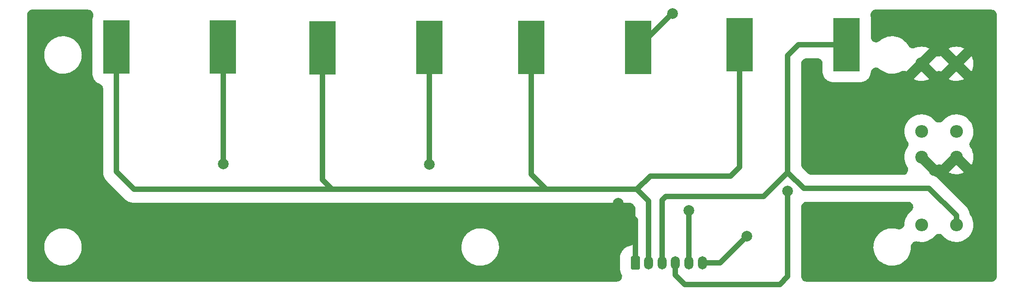
<source format=gbr>
%TF.GenerationSoftware,KiCad,Pcbnew,(6.0.7)*%
%TF.CreationDate,2022-08-16T16:18:47+02:00*%
%TF.ProjectId,MHS_Mobile_Hardware_Sampler_FSR_PCB,4d48535f-4d6f-4626-996c-655f48617264,rev?*%
%TF.SameCoordinates,Original*%
%TF.FileFunction,Copper,L1,Top*%
%TF.FilePolarity,Positive*%
%FSLAX46Y46*%
G04 Gerber Fmt 4.6, Leading zero omitted, Abs format (unit mm)*
G04 Created by KiCad (PCBNEW (6.0.7)) date 2022-08-16 16:18:47*
%MOMM*%
%LPD*%
G01*
G04 APERTURE LIST*
G04 Aperture macros list*
%AMRoundRect*
0 Rectangle with rounded corners*
0 $1 Rounding radius*
0 $2 $3 $4 $5 $6 $7 $8 $9 X,Y pos of 4 corners*
0 Add a 4 corners polygon primitive as box body*
4,1,4,$2,$3,$4,$5,$6,$7,$8,$9,$2,$3,0*
0 Add four circle primitives for the rounded corners*
1,1,$1+$1,$2,$3*
1,1,$1+$1,$4,$5*
1,1,$1+$1,$6,$7*
1,1,$1+$1,$8,$9*
0 Add four rect primitives between the rounded corners*
20,1,$1+$1,$2,$3,$4,$5,0*
20,1,$1+$1,$4,$5,$6,$7,0*
20,1,$1+$1,$6,$7,$8,$9,0*
20,1,$1+$1,$8,$9,$2,$3,0*%
G04 Aperture macros list end*
%TA.AperFunction,SMDPad,CuDef*%
%ADD10R,5.000000X10.000000*%
%TD*%
%TA.AperFunction,ComponentPad*%
%ADD11C,2.400000*%
%TD*%
%TA.AperFunction,ComponentPad*%
%ADD12O,2.400000X2.400000*%
%TD*%
%TA.AperFunction,ComponentPad*%
%ADD13RoundRect,0.250000X-0.600000X-1.000000X0.600000X-1.000000X0.600000X1.000000X-0.600000X1.000000X0*%
%TD*%
%TA.AperFunction,ComponentPad*%
%ADD14O,1.700000X2.500000*%
%TD*%
%TA.AperFunction,ViaPad*%
%ADD15C,2.000000*%
%TD*%
%TA.AperFunction,Conductor*%
%ADD16C,1.000000*%
%TD*%
G04 APERTURE END LIST*
D10*
%TO.P,H13,1,1*%
%TO.N,Net-(H13-Pad1)*%
X151000000Y-115600000D03*
%TD*%
%TO.P,H14,1,1*%
%TO.N,Net-(H14-Pad1)*%
X190000000Y-115100000D03*
%TD*%
%TO.P,H5V1,1,1*%
%TO.N,Net-(H5V1-Pad1)*%
X53500000Y-115500000D03*
%TD*%
D11*
%TO.P,R4,1*%
%TO.N,GND*%
X210500000Y-136150000D03*
D12*
%TO.P,R4,2*%
%TO.N,Net-(H14-Pad1)*%
X210500000Y-148850000D03*
%TD*%
D10*
%TO.P,H12,1,1*%
%TO.N,Net-(H12-Pad1)*%
X112000000Y-115600000D03*
%TD*%
%TO.P,H5V3,1,1*%
%TO.N,Net-(H5V1-Pad1)*%
X131000000Y-115600000D03*
%TD*%
%TO.P,H11,1,1*%
%TO.N,Net-(H11-Pad1)*%
X73400000Y-115500000D03*
%TD*%
D11*
%TO.P,R1,1*%
%TO.N,GND*%
X204000000Y-118650000D03*
D12*
%TO.P,R1,2*%
%TO.N,Net-(H13-Pad1)*%
X204000000Y-131350000D03*
%TD*%
D13*
%TO.P,J?3=FSR4;6=FSR1,1,1*%
%TO.N,GND*%
X150500000Y-156000000D03*
D14*
%TO.P,J?3=FSR4;6=FSR1,2,2*%
%TO.N,Net-(H5V1-Pad1)*%
X153000000Y-156000000D03*
%TO.P,J?3=FSR4;6=FSR1,3,3*%
%TO.N,Net-(H14-Pad1)*%
X155500000Y-156000000D03*
%TO.P,J?3=FSR4;6=FSR1,4,4*%
%TO.N,Net-(H13-Pad1)*%
X158000000Y-156000000D03*
%TO.P,J?3=FSR4;6=FSR1,5,5*%
%TO.N,Net-(H12-Pad1)*%
X160500000Y-156000000D03*
%TO.P,J?3=FSR4;6=FSR1,6,6*%
%TO.N,Net-(H11-Pad1)*%
X163000000Y-156000000D03*
%TD*%
D11*
%TO.P,R3,1*%
%TO.N,GND*%
X204000000Y-136150000D03*
D12*
%TO.P,R3,2*%
%TO.N,Net-(H12-Pad1)*%
X204000000Y-148850000D03*
%TD*%
D10*
%TO.P,H5V2,1,1*%
%TO.N,Net-(H5V1-Pad1)*%
X92000000Y-115700000D03*
%TD*%
D11*
%TO.P,R2,1*%
%TO.N,GND*%
X210500000Y-118650000D03*
D12*
%TO.P,R2,2*%
%TO.N,Net-(H11-Pad1)*%
X210500000Y-131350000D03*
%TD*%
D10*
%TO.P,H5V4,1,1*%
%TO.N,Net-(H5V1-Pad1)*%
X170000000Y-115100000D03*
%TD*%
D15*
%TO.N,Net-(H11-Pad1)*%
X171320000Y-151000000D03*
X73500000Y-137400000D03*
%TO.N,Net-(H12-Pad1)*%
X160500000Y-146160000D03*
X112000000Y-137500000D03*
%TO.N,Net-(H13-Pad1)*%
X157480000Y-109220000D03*
X179000000Y-142500000D03*
%TO.N,GND*%
X147320000Y-144780000D03*
%TD*%
D16*
%TO.N,Net-(H13-Pad1)*%
X158000000Y-158270000D02*
X158000000Y-156000000D01*
X159730000Y-160000000D02*
X158000000Y-158270000D01*
X179000000Y-158500000D02*
X177500000Y-160000000D01*
X179000000Y-142500000D02*
X179000000Y-158500000D01*
X177500000Y-160000000D02*
X159730000Y-160000000D01*
%TO.N,Net-(H14-Pad1)*%
X155500000Y-144220000D02*
X155500000Y-156000000D01*
X174500000Y-143500000D02*
X156220000Y-143500000D01*
X179000000Y-139000000D02*
X174500000Y-143500000D01*
X156220000Y-143500000D02*
X155500000Y-144220000D01*
%TO.N,GND*%
X150500000Y-147960000D02*
X147320000Y-144780000D01*
X150500000Y-156000000D02*
X150500000Y-147960000D01*
%TO.N,Net-(H11-Pad1)*%
X171320000Y-151000000D02*
X166320000Y-156000000D01*
X166320000Y-156000000D02*
X163000000Y-156000000D01*
%TO.N,Net-(H13-Pad1)*%
X157380000Y-109220000D02*
X151000000Y-115600000D01*
X157480000Y-109220000D02*
X157380000Y-109220000D01*
%TO.N,Net-(H5V1-Pad1)*%
X168300000Y-139700000D02*
X153300000Y-139700000D01*
X170000000Y-138000000D02*
X168300000Y-139700000D01*
X153300000Y-139700000D02*
X150800000Y-142200000D01*
X170000000Y-115100000D02*
X170000000Y-138000000D01*
%TO.N,Net-(H11-Pad1)*%
X73500000Y-115600000D02*
X73500000Y-137400000D01*
X73500000Y-137500000D02*
X73400000Y-137600000D01*
%TO.N,Net-(H12-Pad1)*%
X112000000Y-115600000D02*
X112000000Y-137500000D01*
X160500000Y-146160000D02*
X160500000Y-156000000D01*
%TO.N,Net-(H14-Pad1)*%
X210500000Y-147110000D02*
X210500000Y-148850000D01*
X179000000Y-139000000D02*
X182000000Y-142000000D01*
X205390000Y-142000000D02*
X210500000Y-147110000D01*
X179000000Y-117100000D02*
X181000000Y-115100000D01*
X188500000Y-115100000D02*
X190000000Y-115100000D01*
X182000000Y-142000000D02*
X205390000Y-142000000D01*
X179000000Y-139000000D02*
X179000000Y-117100000D01*
X181000000Y-115100000D02*
X190000000Y-115100000D01*
%TO.N,Net-(H5V1-Pad1)*%
X53500000Y-115500000D02*
X53500000Y-138900000D01*
X131000000Y-139400000D02*
X133800000Y-142200000D01*
X53500000Y-138900000D02*
X56800000Y-142200000D01*
X92000000Y-115700000D02*
X92000000Y-140400000D01*
X92000000Y-140400000D02*
X93800000Y-142200000D01*
X153000000Y-144400000D02*
X150800000Y-142200000D01*
X56800000Y-142200000D02*
X93800000Y-142200000D01*
X153000000Y-156000000D02*
X153000000Y-144400000D01*
X93800000Y-142200000D02*
X150800000Y-142200000D01*
X131000000Y-115600000D02*
X131000000Y-139400000D01*
%TD*%
%TA.AperFunction,Conductor*%
%TO.N,GND*%
G36*
X48369860Y-108520950D02*
G01*
X48562724Y-108581461D01*
X48739460Y-108679557D01*
X48892831Y-108811222D01*
X49016559Y-108971065D01*
X49105577Y-109152542D01*
X49156243Y-109348224D01*
X49166481Y-109550099D01*
X49135872Y-109749902D01*
X49122900Y-109790779D01*
X49123864Y-109791067D01*
X49073646Y-109958987D01*
X49042692Y-110062490D01*
X49000573Y-110342642D01*
X48999500Y-110369950D01*
X48999500Y-116843542D01*
X48991624Y-116920987D01*
X48996745Y-116949842D01*
X48999500Y-117023987D01*
X48999500Y-120630050D01*
X49000573Y-120657358D01*
X49042692Y-120937510D01*
X49052813Y-120971353D01*
X49052814Y-120971357D01*
X49072598Y-121037510D01*
X49123864Y-121208933D01*
X49138652Y-121241011D01*
X49138653Y-121241013D01*
X49227685Y-121434138D01*
X49227688Y-121434144D01*
X49242471Y-121466210D01*
X49261626Y-121495875D01*
X49261627Y-121495878D01*
X49376983Y-121674534D01*
X49396144Y-121704209D01*
X49581820Y-121918180D01*
X49795791Y-122103856D01*
X49825464Y-122123015D01*
X49825466Y-122123017D01*
X49950665Y-122203856D01*
X50033790Y-122257529D01*
X50065856Y-122272312D01*
X50065862Y-122272315D01*
X50258987Y-122361347D01*
X50291067Y-122376136D01*
X50324915Y-122386259D01*
X50353617Y-122397104D01*
X50534504Y-122487315D01*
X50693529Y-122612092D01*
X50824181Y-122766326D01*
X50921112Y-122943704D01*
X50980353Y-123136962D01*
X50999500Y-123331614D01*
X50999500Y-138845041D01*
X50999007Y-138876417D01*
X50995793Y-138978698D01*
X51005425Y-139080594D01*
X51007884Y-139111843D01*
X51014312Y-139214015D01*
X51020193Y-139244847D01*
X51021196Y-139252785D01*
X51022448Y-139260688D01*
X51025402Y-139291938D01*
X51039133Y-139353365D01*
X51047727Y-139391814D01*
X51054084Y-139422510D01*
X51073269Y-139523079D01*
X51082973Y-139552942D01*
X51084953Y-139560655D01*
X51087187Y-139568346D01*
X51094038Y-139598996D01*
X51104673Y-139628537D01*
X51104675Y-139628543D01*
X51128714Y-139695316D01*
X51138874Y-139724992D01*
X51160793Y-139792450D01*
X51170497Y-139822315D01*
X51183865Y-139850725D01*
X51186808Y-139858157D01*
X51189980Y-139865488D01*
X51200617Y-139895032D01*
X51214868Y-139923001D01*
X51214873Y-139923013D01*
X51247083Y-139986228D01*
X51260888Y-140014407D01*
X51263667Y-140020311D01*
X51304463Y-140107007D01*
X51321281Y-140133507D01*
X51325132Y-140140513D01*
X51329205Y-140147400D01*
X51343459Y-140175375D01*
X51361103Y-140201338D01*
X51361107Y-140201344D01*
X51400986Y-140260024D01*
X51418214Y-140286251D01*
X51473053Y-140372663D01*
X51493064Y-140396852D01*
X51497772Y-140403332D01*
X51502667Y-140409643D01*
X51520311Y-140435605D01*
X51588042Y-140512430D01*
X51608360Y-140536220D01*
X51673610Y-140615094D01*
X51696486Y-140636576D01*
X51696500Y-140636591D01*
X51748215Y-140685154D01*
X51770751Y-140706992D01*
X54993008Y-143929249D01*
X55014846Y-143951785D01*
X55063409Y-144003500D01*
X55063424Y-144003514D01*
X55084906Y-144026390D01*
X55163780Y-144091640D01*
X55187570Y-144111958D01*
X55264395Y-144179689D01*
X55290352Y-144197329D01*
X55296666Y-144202227D01*
X55303152Y-144206939D01*
X55327337Y-144226947D01*
X55353845Y-144243769D01*
X55353846Y-144243770D01*
X55413733Y-144281775D01*
X55439971Y-144299010D01*
X55524626Y-144356542D01*
X55552603Y-144370797D01*
X55559468Y-144374857D01*
X55566485Y-144378715D01*
X55592993Y-144395537D01*
X55685604Y-144439116D01*
X55713759Y-144452909D01*
X55804968Y-144499383D01*
X55834486Y-144510010D01*
X55841801Y-144513176D01*
X55849283Y-144516138D01*
X55877685Y-144529503D01*
X55907548Y-144539206D01*
X55907550Y-144539207D01*
X55975008Y-144561126D01*
X56004684Y-144571286D01*
X56071457Y-144595325D01*
X56071463Y-144595327D01*
X56101004Y-144605962D01*
X56131654Y-144612813D01*
X56139345Y-144615047D01*
X56147058Y-144617027D01*
X56176921Y-144626731D01*
X56277490Y-144645916D01*
X56308169Y-144652270D01*
X56345607Y-144660638D01*
X56377420Y-144667749D01*
X56377424Y-144667750D01*
X56408062Y-144674598D01*
X56439314Y-144677552D01*
X56447210Y-144678803D01*
X56455148Y-144679806D01*
X56485985Y-144685688D01*
X56588134Y-144692115D01*
X56619385Y-144694574D01*
X56721302Y-144704208D01*
X56752680Y-144703222D01*
X56752684Y-144703222D01*
X56823605Y-144700993D01*
X56854984Y-144700500D01*
X93650394Y-144700500D01*
X93681769Y-144700993D01*
X93690055Y-144701253D01*
X93721302Y-144704207D01*
X93823583Y-144700993D01*
X93854959Y-144700500D01*
X133650394Y-144700500D01*
X133681769Y-144700993D01*
X133690055Y-144701253D01*
X133721302Y-144704207D01*
X133823583Y-144700993D01*
X133854959Y-144700500D01*
X149350459Y-144700500D01*
X149551556Y-144720950D01*
X149744420Y-144781461D01*
X149921156Y-144879557D01*
X150056859Y-144993100D01*
X150206900Y-145143141D01*
X150334637Y-145299799D01*
X150428224Y-145478962D01*
X150483831Y-145673298D01*
X150499500Y-145849541D01*
X150499500Y-151772626D01*
X150479050Y-151973723D01*
X150418539Y-152166587D01*
X150320443Y-152343323D01*
X150188778Y-152496694D01*
X150028935Y-152620422D01*
X149847458Y-152709440D01*
X149651776Y-152760106D01*
X149624846Y-152763857D01*
X149593914Y-152767737D01*
X149364125Y-152811572D01*
X149300134Y-152828240D01*
X149079399Y-152901668D01*
X149018172Y-152926654D01*
X148809089Y-153028632D01*
X148751703Y-153061497D01*
X148557950Y-153190226D01*
X148505413Y-153230394D01*
X148330384Y-153383620D01*
X148283620Y-153430384D01*
X148130394Y-153605413D01*
X148090226Y-153657950D01*
X147961497Y-153851703D01*
X147928632Y-153909089D01*
X147826654Y-154118172D01*
X147801668Y-154179399D01*
X147728240Y-154400134D01*
X147711572Y-154464125D01*
X147667738Y-154693912D01*
X147659830Y-154756948D01*
X147650930Y-154902452D01*
X147650000Y-154932911D01*
X147650000Y-157067089D01*
X147650930Y-157097548D01*
X147659830Y-157243052D01*
X147667738Y-157306088D01*
X147711572Y-157535875D01*
X147728240Y-157599866D01*
X147801668Y-157820601D01*
X147826654Y-157881828D01*
X147914806Y-158062564D01*
X147984582Y-158252273D01*
X148014741Y-158452145D01*
X148004049Y-158653996D01*
X147952944Y-158849563D01*
X147863517Y-159030840D01*
X147739431Y-159190404D01*
X147585764Y-159321724D01*
X147408809Y-159419422D01*
X147215809Y-159479500D01*
X147016912Y-159499500D01*
X37779500Y-159499500D01*
X37578403Y-159479050D01*
X37385539Y-159418539D01*
X37208803Y-159320443D01*
X37055432Y-159188778D01*
X36931704Y-159028935D01*
X36842686Y-158847458D01*
X36792020Y-158651776D01*
X36780500Y-158500500D01*
X36780500Y-153091762D01*
X39995733Y-153091762D01*
X40025326Y-153463621D01*
X40094266Y-153830229D01*
X40201773Y-154187435D01*
X40265663Y-154339054D01*
X40318367Y-154464125D01*
X40346629Y-154531195D01*
X40527195Y-154857615D01*
X40741424Y-155163000D01*
X40758929Y-155183031D01*
X40758933Y-155183036D01*
X40969397Y-155423870D01*
X40969403Y-155423876D01*
X40986893Y-155443890D01*
X41260820Y-155697106D01*
X41560104Y-155919779D01*
X41881355Y-156109388D01*
X42220936Y-156263786D01*
X42575001Y-156381225D01*
X42939542Y-156460375D01*
X43232020Y-156491890D01*
X43290492Y-156498190D01*
X43290495Y-156498190D01*
X43310428Y-156500338D01*
X43316414Y-156500500D01*
X43593239Y-156500500D01*
X43654443Y-156497239D01*
X43845956Y-156487035D01*
X43845964Y-156487034D01*
X43872505Y-156485620D01*
X43955104Y-156472316D01*
X44214526Y-156430531D01*
X44214532Y-156430530D01*
X44240792Y-156426300D01*
X44600691Y-156328181D01*
X44744017Y-156272156D01*
X44923359Y-156202053D01*
X44923368Y-156202049D01*
X44948124Y-156192372D01*
X45279159Y-156020413D01*
X45301327Y-156005713D01*
X45301333Y-156005709D01*
X45477318Y-155889006D01*
X45590047Y-155814251D01*
X45877267Y-155576220D01*
X46137566Y-155309015D01*
X46367998Y-155015663D01*
X46565951Y-154699485D01*
X46647850Y-154531195D01*
X46717555Y-154387963D01*
X46717558Y-154387955D01*
X46729186Y-154364062D01*
X46855853Y-154013192D01*
X46885979Y-153890080D01*
X46938196Y-153676684D01*
X46938196Y-153676683D01*
X46944518Y-153650848D01*
X46966641Y-153486136D01*
X46990637Y-153307485D01*
X46990637Y-153307481D01*
X46994176Y-153281135D01*
X46999301Y-153091762D01*
X117995733Y-153091762D01*
X118025326Y-153463621D01*
X118094266Y-153830229D01*
X118201773Y-154187435D01*
X118265663Y-154339054D01*
X118318367Y-154464125D01*
X118346629Y-154531195D01*
X118527195Y-154857615D01*
X118741424Y-155163000D01*
X118758929Y-155183031D01*
X118758933Y-155183036D01*
X118969397Y-155423870D01*
X118969403Y-155423876D01*
X118986893Y-155443890D01*
X119260820Y-155697106D01*
X119560104Y-155919779D01*
X119881355Y-156109388D01*
X120220936Y-156263786D01*
X120575001Y-156381225D01*
X120939542Y-156460375D01*
X121232020Y-156491890D01*
X121290492Y-156498190D01*
X121290495Y-156498190D01*
X121310428Y-156500338D01*
X121316414Y-156500500D01*
X121593239Y-156500500D01*
X121654443Y-156497239D01*
X121845956Y-156487035D01*
X121845964Y-156487034D01*
X121872505Y-156485620D01*
X121955104Y-156472316D01*
X122214526Y-156430531D01*
X122214532Y-156430530D01*
X122240792Y-156426300D01*
X122600691Y-156328181D01*
X122744017Y-156272156D01*
X122923359Y-156202053D01*
X122923368Y-156202049D01*
X122948124Y-156192372D01*
X123279159Y-156020413D01*
X123301327Y-156005713D01*
X123301333Y-156005709D01*
X123477318Y-155889006D01*
X123590047Y-155814251D01*
X123877267Y-155576220D01*
X124137566Y-155309015D01*
X124367998Y-155015663D01*
X124565951Y-154699485D01*
X124647850Y-154531195D01*
X124717555Y-154387963D01*
X124717558Y-154387955D01*
X124729186Y-154364062D01*
X124855853Y-154013192D01*
X124885979Y-153890080D01*
X124938196Y-153676684D01*
X124938196Y-153676683D01*
X124944518Y-153650848D01*
X124966641Y-153486136D01*
X124990637Y-153307485D01*
X124990637Y-153307481D01*
X124994176Y-153281135D01*
X125004267Y-152908238D01*
X124974674Y-152536379D01*
X124905734Y-152169771D01*
X124870851Y-152053866D01*
X124846730Y-151973723D01*
X124798227Y-151812565D01*
X124713727Y-151612037D01*
X124663700Y-151493316D01*
X124663697Y-151493310D01*
X124653371Y-151468805D01*
X124547811Y-151277978D01*
X124485676Y-151165652D01*
X124485673Y-151165647D01*
X124472805Y-151142385D01*
X124258576Y-150837000D01*
X124241067Y-150816964D01*
X124030603Y-150576130D01*
X124030597Y-150576124D01*
X124013107Y-150556110D01*
X123739180Y-150302894D01*
X123439896Y-150080221D01*
X123118645Y-149890612D01*
X122779064Y-149736214D01*
X122424999Y-149618775D01*
X122060458Y-149539625D01*
X121767980Y-149508110D01*
X121709508Y-149501810D01*
X121709505Y-149501810D01*
X121689572Y-149499662D01*
X121683586Y-149499500D01*
X121406761Y-149499500D01*
X121345557Y-149502761D01*
X121154044Y-149512965D01*
X121154036Y-149512966D01*
X121127495Y-149514380D01*
X121101245Y-149518608D01*
X121101246Y-149518608D01*
X120785474Y-149569469D01*
X120785468Y-149569470D01*
X120759208Y-149573700D01*
X120399309Y-149671819D01*
X120374535Y-149681503D01*
X120076641Y-149797947D01*
X120076632Y-149797951D01*
X120051876Y-149807628D01*
X120028285Y-149819883D01*
X120028284Y-149819883D01*
X119947539Y-149861827D01*
X119720841Y-149979587D01*
X119698673Y-149994287D01*
X119698667Y-149994291D01*
X119675752Y-150009487D01*
X119409953Y-150185749D01*
X119122733Y-150423780D01*
X118862434Y-150690985D01*
X118846007Y-150711897D01*
X118846003Y-150711902D01*
X118791042Y-150781871D01*
X118632002Y-150984337D01*
X118434049Y-151300515D01*
X118422414Y-151324424D01*
X118282445Y-151612037D01*
X118282442Y-151612045D01*
X118270814Y-151635938D01*
X118144147Y-151986808D01*
X118137827Y-152012634D01*
X118137825Y-152012642D01*
X118099376Y-152169771D01*
X118055482Y-152349152D01*
X118051941Y-152375514D01*
X118051941Y-152375515D01*
X118026745Y-152563108D01*
X118005824Y-152718865D01*
X117995733Y-153091762D01*
X46999301Y-153091762D01*
X47004267Y-152908238D01*
X46974674Y-152536379D01*
X46905734Y-152169771D01*
X46870851Y-152053866D01*
X46846730Y-151973723D01*
X46798227Y-151812565D01*
X46713727Y-151612037D01*
X46663700Y-151493316D01*
X46663697Y-151493310D01*
X46653371Y-151468805D01*
X46547811Y-151277978D01*
X46485676Y-151165652D01*
X46485673Y-151165647D01*
X46472805Y-151142385D01*
X46258576Y-150837000D01*
X46241067Y-150816964D01*
X46030603Y-150576130D01*
X46030597Y-150576124D01*
X46013107Y-150556110D01*
X45739180Y-150302894D01*
X45439896Y-150080221D01*
X45118645Y-149890612D01*
X44779064Y-149736214D01*
X44424999Y-149618775D01*
X44060458Y-149539625D01*
X43767980Y-149508110D01*
X43709508Y-149501810D01*
X43709505Y-149501810D01*
X43689572Y-149499662D01*
X43683586Y-149499500D01*
X43406761Y-149499500D01*
X43345557Y-149502761D01*
X43154044Y-149512965D01*
X43154036Y-149512966D01*
X43127495Y-149514380D01*
X43101245Y-149518608D01*
X43101246Y-149518608D01*
X42785474Y-149569469D01*
X42785468Y-149569470D01*
X42759208Y-149573700D01*
X42399309Y-149671819D01*
X42374535Y-149681503D01*
X42076641Y-149797947D01*
X42076632Y-149797951D01*
X42051876Y-149807628D01*
X42028285Y-149819883D01*
X42028284Y-149819883D01*
X41947539Y-149861827D01*
X41720841Y-149979587D01*
X41698673Y-149994287D01*
X41698667Y-149994291D01*
X41675752Y-150009487D01*
X41409953Y-150185749D01*
X41122733Y-150423780D01*
X40862434Y-150690985D01*
X40846007Y-150711897D01*
X40846003Y-150711902D01*
X40791042Y-150781871D01*
X40632002Y-150984337D01*
X40434049Y-151300515D01*
X40422414Y-151324424D01*
X40282445Y-151612037D01*
X40282442Y-151612045D01*
X40270814Y-151635938D01*
X40144147Y-151986808D01*
X40137827Y-152012634D01*
X40137825Y-152012642D01*
X40099376Y-152169771D01*
X40055482Y-152349152D01*
X40051941Y-152375514D01*
X40051941Y-152375515D01*
X40026745Y-152563108D01*
X40005824Y-152718865D01*
X39995733Y-153091762D01*
X36780500Y-153091762D01*
X36780500Y-117091762D01*
X39995733Y-117091762D01*
X40025326Y-117463621D01*
X40094266Y-117830229D01*
X40101928Y-117855687D01*
X40101929Y-117855691D01*
X40118642Y-117911222D01*
X40201773Y-118187435D01*
X40346629Y-118531195D01*
X40359504Y-118554469D01*
X40359504Y-118554470D01*
X40421995Y-118667438D01*
X40527195Y-118857615D01*
X40741424Y-119163000D01*
X40758929Y-119183031D01*
X40758933Y-119183036D01*
X40969397Y-119423870D01*
X40969403Y-119423876D01*
X40986893Y-119443890D01*
X41260820Y-119697106D01*
X41560104Y-119919779D01*
X41881355Y-120109388D01*
X42220936Y-120263786D01*
X42575001Y-120381225D01*
X42939542Y-120460375D01*
X43232020Y-120491890D01*
X43290492Y-120498190D01*
X43290495Y-120498190D01*
X43310428Y-120500338D01*
X43316414Y-120500500D01*
X43593239Y-120500500D01*
X43654443Y-120497239D01*
X43845956Y-120487035D01*
X43845964Y-120487034D01*
X43872505Y-120485620D01*
X43955104Y-120472316D01*
X44214526Y-120430531D01*
X44214532Y-120430530D01*
X44240792Y-120426300D01*
X44600691Y-120328181D01*
X44639015Y-120313200D01*
X44923359Y-120202053D01*
X44923368Y-120202049D01*
X44948124Y-120192372D01*
X45146263Y-120089447D01*
X45255550Y-120032677D01*
X45255551Y-120032676D01*
X45279159Y-120020413D01*
X45301327Y-120005713D01*
X45301333Y-120005709D01*
X45454854Y-119903903D01*
X45590047Y-119814251D01*
X45877267Y-119576220D01*
X46137566Y-119309015D01*
X46367998Y-119015663D01*
X46565951Y-118699485D01*
X46647850Y-118531195D01*
X46717555Y-118387963D01*
X46717558Y-118387955D01*
X46729186Y-118364062D01*
X46855853Y-118013192D01*
X46894394Y-117855691D01*
X46938196Y-117676684D01*
X46938196Y-117676683D01*
X46944518Y-117650848D01*
X46949733Y-117612020D01*
X46990637Y-117307485D01*
X46990637Y-117307481D01*
X46994176Y-117281135D01*
X47001866Y-116996963D01*
X47007854Y-116950584D01*
X47006626Y-116944609D01*
X47004304Y-116908235D01*
X47004267Y-116908238D01*
X46976783Y-116562882D01*
X46974674Y-116536379D01*
X46905734Y-116169771D01*
X46886231Y-116104968D01*
X46866736Y-116040194D01*
X46798227Y-115812565D01*
X46697197Y-115572809D01*
X46663700Y-115493316D01*
X46663697Y-115493310D01*
X46653371Y-115468805D01*
X46604606Y-115380649D01*
X46485676Y-115165652D01*
X46485673Y-115165647D01*
X46472805Y-115142385D01*
X46258576Y-114837000D01*
X46241067Y-114816964D01*
X46030603Y-114576130D01*
X46030597Y-114576124D01*
X46013107Y-114556110D01*
X45739180Y-114302894D01*
X45439896Y-114080221D01*
X45118645Y-113890612D01*
X44779064Y-113736214D01*
X44424999Y-113618775D01*
X44060458Y-113539625D01*
X43767980Y-113508110D01*
X43709508Y-113501810D01*
X43709505Y-113501810D01*
X43689572Y-113499662D01*
X43683586Y-113499500D01*
X43406761Y-113499500D01*
X43345557Y-113502761D01*
X43154044Y-113512965D01*
X43154036Y-113512966D01*
X43127495Y-113514380D01*
X43101245Y-113518608D01*
X43101246Y-113518608D01*
X42785474Y-113569469D01*
X42785468Y-113569470D01*
X42759208Y-113573700D01*
X42399309Y-113671819D01*
X42374535Y-113681503D01*
X42076641Y-113797947D01*
X42076632Y-113797951D01*
X42051876Y-113807628D01*
X41720841Y-113979587D01*
X41698673Y-113994287D01*
X41698667Y-113994291D01*
X41589470Y-114066704D01*
X41409953Y-114185749D01*
X41122733Y-114423780D01*
X40862434Y-114690985D01*
X40632002Y-114984337D01*
X40434049Y-115300515D01*
X40392980Y-115384906D01*
X40282445Y-115612037D01*
X40282442Y-115612045D01*
X40270814Y-115635938D01*
X40144147Y-115986808D01*
X40137827Y-116012634D01*
X40137825Y-116012642D01*
X40092981Y-116195905D01*
X40055482Y-116349152D01*
X40051941Y-116375514D01*
X40051941Y-116375515D01*
X40030335Y-116536379D01*
X40005824Y-116718865D01*
X39995733Y-117091762D01*
X36780500Y-117091762D01*
X36780500Y-109499500D01*
X36800950Y-109298403D01*
X36861461Y-109105539D01*
X36959557Y-108928803D01*
X37091222Y-108775432D01*
X37251065Y-108651704D01*
X37432542Y-108562686D01*
X37628224Y-108512020D01*
X37779500Y-108500500D01*
X48168763Y-108500500D01*
X48369860Y-108520950D01*
G37*
%TD.AperFunction*%
%TA.AperFunction,Conductor*%
G36*
X217281597Y-108520950D02*
G01*
X217474461Y-108581461D01*
X217651197Y-108679557D01*
X217804568Y-108811222D01*
X217928296Y-108971065D01*
X218017314Y-109152542D01*
X218067980Y-109348224D01*
X218079500Y-109499500D01*
X218079500Y-158500500D01*
X218059050Y-158701597D01*
X217998539Y-158894461D01*
X217900443Y-159071197D01*
X217768778Y-159224568D01*
X217608935Y-159348296D01*
X217427458Y-159437314D01*
X217231776Y-159487980D01*
X217080500Y-159499500D01*
X182501243Y-159499500D01*
X182300146Y-159479050D01*
X182107282Y-159418539D01*
X181930546Y-159320443D01*
X181777175Y-159188778D01*
X181653447Y-159028935D01*
X181564429Y-158847458D01*
X181513763Y-158651776D01*
X181502736Y-158531882D01*
X181500993Y-158476423D01*
X181500500Y-158445041D01*
X181500500Y-145499500D01*
X181520950Y-145298403D01*
X181581461Y-145105539D01*
X181679557Y-144928803D01*
X181811222Y-144775432D01*
X181971065Y-144651704D01*
X182152542Y-144562686D01*
X182348224Y-144512020D01*
X182499500Y-144500500D01*
X201462328Y-144500500D01*
X201663425Y-144520950D01*
X201856289Y-144581461D01*
X202033025Y-144679557D01*
X202186396Y-144811222D01*
X202310124Y-144971065D01*
X202399142Y-145152542D01*
X202449808Y-145348224D01*
X202460046Y-145550099D01*
X202429437Y-145749902D01*
X202359235Y-145939454D01*
X202252313Y-146110994D01*
X202113049Y-146257499D01*
X202070810Y-146290172D01*
X202071373Y-146290893D01*
X202049379Y-146308077D01*
X202026471Y-146323998D01*
X202005482Y-146342373D01*
X202005480Y-146342374D01*
X201923226Y-146414382D01*
X201757199Y-146559727D01*
X201515882Y-146824003D01*
X201499487Y-146846569D01*
X201381205Y-147009371D01*
X201305528Y-147113531D01*
X201291749Y-147137786D01*
X201291744Y-147137794D01*
X201184468Y-147326635D01*
X201128757Y-147424703D01*
X200987775Y-147753640D01*
X200884337Y-148096242D01*
X200879300Y-148123687D01*
X200879299Y-148123691D01*
X200875916Y-148142123D01*
X200819734Y-148448239D01*
X200811356Y-148568053D01*
X200797880Y-148760761D01*
X200763453Y-148959942D01*
X200689635Y-149148116D01*
X200579449Y-149317578D01*
X200437406Y-149461390D01*
X200269322Y-149573666D01*
X200082077Y-149649809D01*
X199883338Y-149686701D01*
X199681241Y-149682832D01*
X199486807Y-149639275D01*
X199450256Y-149627151D01*
X199450231Y-149627144D01*
X199424999Y-149618775D01*
X199060458Y-149539625D01*
X198767980Y-149508110D01*
X198709508Y-149501810D01*
X198709505Y-149501810D01*
X198689572Y-149499662D01*
X198683586Y-149499500D01*
X198406761Y-149499500D01*
X198345557Y-149502761D01*
X198154044Y-149512965D01*
X198154036Y-149512966D01*
X198127495Y-149514380D01*
X198101245Y-149518608D01*
X198101246Y-149518608D01*
X197785474Y-149569469D01*
X197785468Y-149569470D01*
X197759208Y-149573700D01*
X197399309Y-149671819D01*
X197374535Y-149681503D01*
X197076641Y-149797947D01*
X197076632Y-149797951D01*
X197051876Y-149807628D01*
X197028285Y-149819883D01*
X197028284Y-149819883D01*
X196947539Y-149861827D01*
X196720841Y-149979587D01*
X196698673Y-149994287D01*
X196698667Y-149994291D01*
X196675752Y-150009487D01*
X196409953Y-150185749D01*
X196122733Y-150423780D01*
X195862434Y-150690985D01*
X195846007Y-150711897D01*
X195846003Y-150711902D01*
X195791042Y-150781871D01*
X195632002Y-150984337D01*
X195434049Y-151300515D01*
X195422414Y-151324424D01*
X195282445Y-151612037D01*
X195282442Y-151612045D01*
X195270814Y-151635938D01*
X195144147Y-151986808D01*
X195137827Y-152012634D01*
X195137825Y-152012642D01*
X195099376Y-152169771D01*
X195055482Y-152349152D01*
X195051941Y-152375514D01*
X195051941Y-152375515D01*
X195026745Y-152563108D01*
X195005824Y-152718865D01*
X194995733Y-153091762D01*
X195025326Y-153463621D01*
X195094266Y-153830229D01*
X195201773Y-154187435D01*
X195265663Y-154339054D01*
X195318367Y-154464125D01*
X195346629Y-154531195D01*
X195527195Y-154857615D01*
X195741424Y-155163000D01*
X195758929Y-155183031D01*
X195758933Y-155183036D01*
X195969397Y-155423870D01*
X195969403Y-155423876D01*
X195986893Y-155443890D01*
X196260820Y-155697106D01*
X196560104Y-155919779D01*
X196881355Y-156109388D01*
X197220936Y-156263786D01*
X197575001Y-156381225D01*
X197939542Y-156460375D01*
X198232020Y-156491890D01*
X198290492Y-156498190D01*
X198290495Y-156498190D01*
X198310428Y-156500338D01*
X198316414Y-156500500D01*
X198593239Y-156500500D01*
X198654443Y-156497239D01*
X198845956Y-156487035D01*
X198845964Y-156487034D01*
X198872505Y-156485620D01*
X198955104Y-156472316D01*
X199214526Y-156430531D01*
X199214532Y-156430530D01*
X199240792Y-156426300D01*
X199600691Y-156328181D01*
X199744017Y-156272156D01*
X199923359Y-156202053D01*
X199923368Y-156202049D01*
X199948124Y-156192372D01*
X200279159Y-156020413D01*
X200301327Y-156005713D01*
X200301333Y-156005709D01*
X200477318Y-155889006D01*
X200590047Y-155814251D01*
X200877267Y-155576220D01*
X201137566Y-155309015D01*
X201367998Y-155015663D01*
X201565951Y-154699485D01*
X201647850Y-154531195D01*
X201717555Y-154387963D01*
X201717558Y-154387955D01*
X201729186Y-154364062D01*
X201855853Y-154013192D01*
X201885979Y-153890080D01*
X201938196Y-153676684D01*
X201938196Y-153676683D01*
X201944518Y-153650848D01*
X201966641Y-153486136D01*
X201990637Y-153307485D01*
X201990637Y-153307481D01*
X201994176Y-153281135D01*
X202004267Y-152908238D01*
X202008007Y-152908339D01*
X202019389Y-152757483D01*
X202074858Y-152563108D01*
X202168320Y-152383879D01*
X202295947Y-152227132D01*
X202452515Y-152099285D01*
X202631613Y-152005571D01*
X202825909Y-151949828D01*
X203027449Y-151934338D01*
X203224383Y-151960984D01*
X203224509Y-151960325D01*
X203461698Y-152005571D01*
X203548634Y-152022155D01*
X203548636Y-152022155D01*
X203576046Y-152027384D01*
X203603860Y-152029524D01*
X203603866Y-152029525D01*
X203754457Y-152041112D01*
X203932868Y-152054840D01*
X204290527Y-152042350D01*
X204318141Y-152038272D01*
X204318145Y-152038272D01*
X204616957Y-151994148D01*
X204616964Y-151994147D01*
X204644564Y-151990071D01*
X204748345Y-151962651D01*
X204788373Y-151952075D01*
X204990567Y-151898653D01*
X205251728Y-151797355D01*
X205298203Y-151779329D01*
X205298205Y-151779328D01*
X205324224Y-151769236D01*
X205641375Y-151603433D01*
X205938068Y-151403311D01*
X206210605Y-151171364D01*
X206386235Y-150984337D01*
X206436485Y-150930826D01*
X206436488Y-150930823D01*
X206455588Y-150910483D01*
X206472305Y-150888137D01*
X206486265Y-150871500D01*
X206631193Y-150730595D01*
X206801518Y-150621749D01*
X206990267Y-150549416D01*
X207189713Y-150516559D01*
X207391690Y-150524523D01*
X207587930Y-150572982D01*
X207770398Y-150659951D01*
X207931624Y-150781871D01*
X208007780Y-150860875D01*
X208194125Y-151076757D01*
X208456710Y-151319913D01*
X208744763Y-151532284D01*
X208768920Y-151546231D01*
X208768923Y-151546233D01*
X208840965Y-151587826D01*
X209054693Y-151711222D01*
X209382637Y-151854498D01*
X209409297Y-151862751D01*
X209409298Y-151862751D01*
X209697856Y-151952075D01*
X209697864Y-151952077D01*
X209724509Y-151960325D01*
X209751914Y-151965553D01*
X209751915Y-151965553D01*
X210048634Y-152022155D01*
X210048636Y-152022155D01*
X210076046Y-152027384D01*
X210103860Y-152029524D01*
X210103866Y-152029525D01*
X210254457Y-152041112D01*
X210432868Y-152054840D01*
X210790527Y-152042350D01*
X210818141Y-152038272D01*
X210818145Y-152038272D01*
X211116957Y-151994148D01*
X211116964Y-151994147D01*
X211144564Y-151990071D01*
X211248345Y-151962651D01*
X211288373Y-151952075D01*
X211490567Y-151898653D01*
X211751728Y-151797355D01*
X211798203Y-151779329D01*
X211798205Y-151779328D01*
X211824224Y-151769236D01*
X212141375Y-151603433D01*
X212438068Y-151403311D01*
X212710605Y-151171364D01*
X212886235Y-150984337D01*
X212936485Y-150930826D01*
X212936488Y-150930823D01*
X212955588Y-150910483D01*
X213134049Y-150671930D01*
X213153249Y-150646265D01*
X213153251Y-150646262D01*
X213169965Y-150623920D01*
X213351062Y-150315247D01*
X213496624Y-149988311D01*
X213604835Y-149647186D01*
X213613026Y-149605822D01*
X213668927Y-149323500D01*
X213668928Y-149323493D01*
X213674347Y-149296125D01*
X213704293Y-148939504D01*
X213705543Y-148850000D01*
X213685566Y-148492682D01*
X213625883Y-148139817D01*
X213527239Y-147795804D01*
X213390863Y-147464931D01*
X213218455Y-147151321D01*
X213118320Y-147009370D01*
X213019111Y-146833258D01*
X212959707Y-146651444D01*
X212952259Y-146618123D01*
X212945916Y-146587490D01*
X212926731Y-146486921D01*
X212917030Y-146457066D01*
X212915053Y-146449366D01*
X212912814Y-146441658D01*
X212905962Y-146411004D01*
X212871301Y-146314731D01*
X212861138Y-146285045D01*
X212839204Y-146217541D01*
X212839203Y-146217538D01*
X212829503Y-146187685D01*
X212816143Y-146159294D01*
X212813204Y-146151870D01*
X212810013Y-146144496D01*
X212799382Y-146114968D01*
X212752903Y-146023748D01*
X212739128Y-145995629D01*
X212695537Y-145902993D01*
X212678714Y-145876485D01*
X212674860Y-145869474D01*
X212670794Y-145862599D01*
X212656541Y-145834625D01*
X212599014Y-145749976D01*
X212581786Y-145723749D01*
X212543768Y-145663843D01*
X212526947Y-145637337D01*
X212506936Y-145613148D01*
X212502228Y-145606668D01*
X212497333Y-145600357D01*
X212479689Y-145574395D01*
X212411958Y-145497570D01*
X212391640Y-145473780D01*
X212326390Y-145394906D01*
X212303514Y-145373424D01*
X212303500Y-145373409D01*
X212251785Y-145324846D01*
X212229249Y-145303008D01*
X207196992Y-140270751D01*
X207175154Y-140248215D01*
X207126591Y-140196500D01*
X207126576Y-140196486D01*
X207105094Y-140173610D01*
X207026220Y-140108360D01*
X207002430Y-140088042D01*
X206925605Y-140020311D01*
X206899643Y-140002667D01*
X206893332Y-139997772D01*
X206886852Y-139993064D01*
X206862663Y-139973053D01*
X206822220Y-139947387D01*
X206776251Y-139918214D01*
X206750024Y-139900986D01*
X206691344Y-139861107D01*
X206691338Y-139861103D01*
X206665375Y-139843459D01*
X206637400Y-139829205D01*
X206630513Y-139825132D01*
X206623507Y-139821281D01*
X206597007Y-139804463D01*
X206568609Y-139791100D01*
X206568604Y-139791097D01*
X206504407Y-139760888D01*
X206476228Y-139747083D01*
X206413013Y-139714873D01*
X206413001Y-139714868D01*
X206385032Y-139700617D01*
X206355488Y-139689980D01*
X206348157Y-139686808D01*
X206340725Y-139683865D01*
X206312315Y-139670497D01*
X206282450Y-139660793D01*
X206214992Y-139638874D01*
X206185316Y-139628714D01*
X206118539Y-139604673D01*
X206118525Y-139604669D01*
X206088996Y-139594038D01*
X206076650Y-139591279D01*
X205900031Y-139519901D01*
X205731705Y-139407988D01*
X205589352Y-139264483D01*
X205478800Y-139095259D01*
X205458508Y-139053697D01*
X205438140Y-139009408D01*
X205437806Y-139008953D01*
X209061639Y-139008953D01*
X209077180Y-139020268D01*
X209080572Y-139021983D01*
X209357245Y-139142858D01*
X209409460Y-139162277D01*
X209697970Y-139251586D01*
X209752052Y-139265070D01*
X210048706Y-139321659D01*
X210103925Y-139329027D01*
X210405060Y-139352198D01*
X210460770Y-139353365D01*
X210762582Y-139342825D01*
X210818096Y-139337773D01*
X211116861Y-139293656D01*
X211171440Y-139282452D01*
X211463429Y-139205305D01*
X211516433Y-139188083D01*
X211797995Y-139078872D01*
X211848746Y-139055851D01*
X211897685Y-139030266D01*
X211935258Y-139005485D01*
X211918593Y-138982807D01*
X210535826Y-137600040D01*
X210499525Y-137570441D01*
X210492045Y-137574845D01*
X210473143Y-137591071D01*
X209089807Y-138974407D01*
X209061639Y-139008953D01*
X205437806Y-139008953D01*
X205418593Y-138982807D01*
X203292186Y-136856400D01*
X203164449Y-136699742D01*
X203070862Y-136520579D01*
X203015255Y-136326243D01*
X202999907Y-136124693D01*
X203025444Y-135924178D01*
X203090822Y-135732909D01*
X203193364Y-135558715D01*
X203292186Y-135443600D01*
X203293600Y-135442186D01*
X203450258Y-135314449D01*
X203629421Y-135220862D01*
X203823757Y-135165255D01*
X204025307Y-135149907D01*
X204225822Y-135175444D01*
X204417091Y-135240822D01*
X204591285Y-135343364D01*
X204706400Y-135442186D01*
X206823606Y-137559392D01*
X206860466Y-137589447D01*
X206934607Y-137564105D01*
X207131509Y-137518413D01*
X207333579Y-137513292D01*
X207532543Y-137548952D01*
X207621506Y-137578998D01*
X207642131Y-137587062D01*
X207668052Y-137567734D01*
X209793600Y-135442186D01*
X209950258Y-135314449D01*
X210129421Y-135220862D01*
X210323757Y-135165255D01*
X210525307Y-135149907D01*
X210725822Y-135175444D01*
X210917091Y-135240822D01*
X211091285Y-135343364D01*
X211206400Y-135442186D01*
X213323606Y-137559392D01*
X213358492Y-137587838D01*
X213368334Y-137574434D01*
X213370932Y-137569390D01*
X213484804Y-137313629D01*
X213504594Y-137261533D01*
X213595913Y-136973658D01*
X213609771Y-136919686D01*
X213668431Y-136623429D01*
X213676185Y-136568255D01*
X213702335Y-136256844D01*
X213704035Y-136222077D01*
X213704798Y-136167438D01*
X213704068Y-136132576D01*
X213686626Y-135820612D01*
X213680413Y-135765213D01*
X213630049Y-135467443D01*
X213617703Y-135413102D01*
X213534458Y-135122792D01*
X213516131Y-135070166D01*
X213401048Y-134790955D01*
X213376964Y-134740688D01*
X213231476Y-134476045D01*
X213201946Y-134428787D01*
X213131057Y-134328296D01*
X213031848Y-134152183D01*
X212970121Y-133959704D01*
X212948403Y-133758740D01*
X212967583Y-133557518D01*
X213026877Y-133364275D01*
X213123856Y-133186925D01*
X213147433Y-133154039D01*
X213169965Y-133123920D01*
X213351062Y-132815247D01*
X213496624Y-132488311D01*
X213604835Y-132147186D01*
X213630718Y-132016470D01*
X213668927Y-131823500D01*
X213668928Y-131823493D01*
X213674347Y-131796125D01*
X213704293Y-131439504D01*
X213705543Y-131350000D01*
X213685566Y-130992682D01*
X213625883Y-130639817D01*
X213527239Y-130295804D01*
X213390863Y-129964931D01*
X213218455Y-129651321D01*
X213202372Y-129628521D01*
X213202367Y-129628514D01*
X213028246Y-129381683D01*
X213028246Y-129381682D01*
X213012163Y-129358884D01*
X212774560Y-129091265D01*
X212664105Y-128991811D01*
X212529352Y-128870479D01*
X212529346Y-128870474D01*
X212508605Y-128851799D01*
X212447534Y-128808076D01*
X212240312Y-128659720D01*
X212217616Y-128643471D01*
X211905218Y-128468877D01*
X211879497Y-128458065D01*
X211879491Y-128458062D01*
X211718117Y-128390227D01*
X211575304Y-128330194D01*
X211548541Y-128322317D01*
X211548532Y-128322314D01*
X211323958Y-128256219D01*
X211231989Y-128229151D01*
X210879549Y-128167006D01*
X210702437Y-128155863D01*
X210550232Y-128146287D01*
X210550226Y-128146287D01*
X210522379Y-128144535D01*
X210314582Y-128154698D01*
X210192813Y-128160653D01*
X210192808Y-128160654D01*
X210164930Y-128162017D01*
X209811657Y-128219235D01*
X209466963Y-128315475D01*
X209345339Y-128364614D01*
X209161022Y-128439083D01*
X209161016Y-128439086D01*
X209135146Y-128449538D01*
X208820341Y-128619753D01*
X208797433Y-128635674D01*
X208797424Y-128635680D01*
X208596578Y-128775272D01*
X208526471Y-128823998D01*
X208257199Y-129059727D01*
X208015882Y-129324003D01*
X208014231Y-129326276D01*
X207881069Y-129459404D01*
X207712278Y-129570616D01*
X207524556Y-129645573D01*
X207325587Y-129681208D01*
X207123519Y-129676062D01*
X206926622Y-129630345D01*
X206742959Y-129545929D01*
X206580048Y-129426269D01*
X206502806Y-129348345D01*
X206293086Y-129112131D01*
X206293083Y-129112128D01*
X206274560Y-129091265D01*
X206164105Y-128991811D01*
X206029352Y-128870479D01*
X206029346Y-128870474D01*
X206008605Y-128851799D01*
X205947534Y-128808076D01*
X205740312Y-128659720D01*
X205717616Y-128643471D01*
X205405218Y-128468877D01*
X205379497Y-128458065D01*
X205379491Y-128458062D01*
X205218117Y-128390227D01*
X205075304Y-128330194D01*
X205048541Y-128322317D01*
X205048532Y-128322314D01*
X204823958Y-128256219D01*
X204731989Y-128229151D01*
X204379549Y-128167006D01*
X204202437Y-128155863D01*
X204050232Y-128146287D01*
X204050226Y-128146287D01*
X204022379Y-128144535D01*
X203814582Y-128154698D01*
X203692813Y-128160653D01*
X203692808Y-128160654D01*
X203664930Y-128162017D01*
X203311657Y-128219235D01*
X202966963Y-128315475D01*
X202845339Y-128364614D01*
X202661022Y-128439083D01*
X202661016Y-128439086D01*
X202635146Y-128449538D01*
X202320341Y-128619753D01*
X202297433Y-128635674D01*
X202297424Y-128635680D01*
X202096578Y-128775272D01*
X202026471Y-128823998D01*
X201757199Y-129059727D01*
X201515882Y-129324003D01*
X201499487Y-129346569D01*
X201336708Y-129570616D01*
X201305528Y-129613531D01*
X201291749Y-129637786D01*
X201291744Y-129637794D01*
X201176241Y-129841117D01*
X201128757Y-129924703D01*
X200987775Y-130253640D01*
X200884337Y-130596242D01*
X200879300Y-130623687D01*
X200879299Y-130623691D01*
X200871289Y-130667333D01*
X200819734Y-130948239D01*
X200794769Y-131305244D01*
X200809756Y-131662806D01*
X200864506Y-132016470D01*
X200871819Y-132043387D01*
X200871820Y-132043391D01*
X200907247Y-132173782D01*
X200958337Y-132361827D01*
X200968609Y-132387771D01*
X201018511Y-132513808D01*
X201090080Y-132694572D01*
X201103180Y-132719210D01*
X201103184Y-132719218D01*
X201244995Y-132985925D01*
X201258093Y-133010558D01*
X201351005Y-133146253D01*
X201377821Y-133185417D01*
X201474561Y-133362899D01*
X201533593Y-133556221D01*
X201552502Y-133757469D01*
X201530512Y-133958404D01*
X201468525Y-134150799D01*
X201361738Y-134337016D01*
X201322346Y-134391234D01*
X201292166Y-134438065D01*
X201142991Y-134700661D01*
X201118211Y-134750578D01*
X200999245Y-135028148D01*
X200980178Y-135080533D01*
X200892889Y-135369647D01*
X200879786Y-135423809D01*
X200825270Y-135720848D01*
X200818284Y-135776148D01*
X200797217Y-136077402D01*
X200796439Y-136133138D01*
X200809086Y-136434879D01*
X200814523Y-136490333D01*
X200860726Y-136788785D01*
X200872314Y-136843301D01*
X200951496Y-137134738D01*
X200969084Y-137187610D01*
X201080264Y-137468421D01*
X201103633Y-137518996D01*
X201245426Y-137785669D01*
X201274282Y-137833315D01*
X201344660Y-137936100D01*
X201441399Y-138113581D01*
X201500432Y-138306904D01*
X201519341Y-138508152D01*
X201497351Y-138709086D01*
X201435365Y-138901481D01*
X201335918Y-139077460D01*
X201203082Y-139229818D01*
X201042296Y-139352318D01*
X200860143Y-139439944D01*
X200664079Y-139489110D01*
X200520370Y-139499500D01*
X183449541Y-139499500D01*
X183248444Y-139479050D01*
X183055580Y-139418539D01*
X182878844Y-139320443D01*
X182743141Y-139206900D01*
X181793100Y-138256859D01*
X181665363Y-138100201D01*
X181571776Y-137921038D01*
X181516169Y-137726702D01*
X181500500Y-137550459D01*
X181500500Y-118599500D01*
X181520950Y-118398403D01*
X181581461Y-118205539D01*
X181679557Y-118028803D01*
X181811222Y-117875432D01*
X181971065Y-117751704D01*
X182152542Y-117662686D01*
X182348224Y-117612020D01*
X182499500Y-117600500D01*
X184500500Y-117600500D01*
X184701597Y-117620950D01*
X184894461Y-117681461D01*
X185071197Y-117779557D01*
X185224568Y-117911222D01*
X185348296Y-118071065D01*
X185437314Y-118252542D01*
X185487980Y-118448224D01*
X185499500Y-118599500D01*
X185499500Y-120230050D01*
X185500573Y-120257358D01*
X185542692Y-120537510D01*
X185623864Y-120808933D01*
X185638652Y-120841011D01*
X185638653Y-120841013D01*
X185727685Y-121034138D01*
X185727688Y-121034144D01*
X185742471Y-121066210D01*
X185761626Y-121095875D01*
X185761627Y-121095878D01*
X185834625Y-121208933D01*
X185896144Y-121304209D01*
X186081820Y-121518180D01*
X186295791Y-121703856D01*
X186325464Y-121723015D01*
X186325466Y-121723017D01*
X186478237Y-121821659D01*
X186533790Y-121857529D01*
X186565856Y-121872312D01*
X186565862Y-121872315D01*
X186758987Y-121961347D01*
X186791067Y-121976136D01*
X186824913Y-121986258D01*
X187028643Y-122047186D01*
X187028647Y-122047187D01*
X187062490Y-122057308D01*
X187342642Y-122099427D01*
X187369950Y-122100500D01*
X192630050Y-122100500D01*
X192657358Y-122099427D01*
X192937510Y-122057308D01*
X192971353Y-122047187D01*
X192971357Y-122047186D01*
X193175087Y-121986258D01*
X193208933Y-121976136D01*
X193241013Y-121961347D01*
X193434138Y-121872315D01*
X193434144Y-121872312D01*
X193466210Y-121857529D01*
X193521764Y-121821659D01*
X193674534Y-121723017D01*
X193674536Y-121723015D01*
X193704209Y-121703856D01*
X193918180Y-121518180D01*
X193926187Y-121508953D01*
X202561639Y-121508953D01*
X202577180Y-121520268D01*
X202580572Y-121521983D01*
X202857245Y-121642858D01*
X202909460Y-121662277D01*
X203197970Y-121751586D01*
X203252052Y-121765070D01*
X203548706Y-121821659D01*
X203603925Y-121829027D01*
X203905060Y-121852198D01*
X203960770Y-121853365D01*
X204262582Y-121842825D01*
X204318096Y-121837773D01*
X204616861Y-121793656D01*
X204671440Y-121782452D01*
X204963429Y-121705305D01*
X205016433Y-121688083D01*
X205297995Y-121578872D01*
X205348746Y-121555851D01*
X205397685Y-121530266D01*
X205430000Y-121508953D01*
X209061639Y-121508953D01*
X209077180Y-121520268D01*
X209080572Y-121521983D01*
X209357245Y-121642858D01*
X209409460Y-121662277D01*
X209697970Y-121751586D01*
X209752052Y-121765070D01*
X210048706Y-121821659D01*
X210103925Y-121829027D01*
X210405060Y-121852198D01*
X210460770Y-121853365D01*
X210762582Y-121842825D01*
X210818096Y-121837773D01*
X211116861Y-121793656D01*
X211171440Y-121782452D01*
X211463429Y-121705305D01*
X211516433Y-121688083D01*
X211797995Y-121578872D01*
X211848746Y-121555851D01*
X211897685Y-121530266D01*
X211935258Y-121505485D01*
X211918593Y-121482807D01*
X210535826Y-120100040D01*
X210499525Y-120070441D01*
X210492045Y-120074845D01*
X210473143Y-120091071D01*
X209089807Y-121474407D01*
X209061639Y-121508953D01*
X205430000Y-121508953D01*
X205435258Y-121505485D01*
X205418593Y-121482807D01*
X204035826Y-120100040D01*
X203999525Y-120070441D01*
X203992045Y-120074845D01*
X203973143Y-120091071D01*
X202589807Y-121474407D01*
X202561639Y-121508953D01*
X193926187Y-121508953D01*
X194103856Y-121304209D01*
X194165375Y-121208933D01*
X194238373Y-121095878D01*
X194238374Y-121095875D01*
X194257529Y-121066210D01*
X194272312Y-121034144D01*
X194272315Y-121034138D01*
X194361347Y-120841013D01*
X194361348Y-120841011D01*
X194376136Y-120808933D01*
X194457308Y-120537510D01*
X194499427Y-120257358D01*
X194499898Y-120245373D01*
X194537549Y-120055330D01*
X194615942Y-119869016D01*
X194730236Y-119702296D01*
X194875749Y-119561997D01*
X195046527Y-119453861D01*
X195235576Y-119382316D01*
X195435157Y-119350290D01*
X195637099Y-119359096D01*
X195833136Y-119408372D01*
X196015240Y-119496101D01*
X196170952Y-119614034D01*
X196241284Y-119679048D01*
X196241294Y-119679056D01*
X196260820Y-119697106D01*
X196560104Y-119919779D01*
X196881355Y-120109388D01*
X197220936Y-120263786D01*
X197575001Y-120381225D01*
X197939542Y-120460375D01*
X198232020Y-120491890D01*
X198290492Y-120498190D01*
X198290495Y-120498190D01*
X198310428Y-120500338D01*
X198316414Y-120500500D01*
X198593239Y-120500500D01*
X198654443Y-120497239D01*
X198845956Y-120487035D01*
X198845964Y-120487034D01*
X198872505Y-120485620D01*
X198955104Y-120472316D01*
X199214526Y-120430531D01*
X199214532Y-120430530D01*
X199240792Y-120426300D01*
X199600691Y-120328181D01*
X199639015Y-120313200D01*
X199923359Y-120202053D01*
X199923368Y-120202049D01*
X199948124Y-120192372D01*
X199971716Y-120180117D01*
X199971723Y-120180114D01*
X200185829Y-120068894D01*
X200373712Y-119994340D01*
X200572756Y-119959133D01*
X200774814Y-119964714D01*
X200971611Y-120010854D01*
X201105468Y-120072728D01*
X201142130Y-120087062D01*
X201168052Y-120067734D01*
X202585311Y-118650475D01*
X205420441Y-118650475D01*
X205424845Y-118657955D01*
X205441071Y-118676857D01*
X206823606Y-120059392D01*
X206860466Y-120089447D01*
X206934607Y-120064105D01*
X207131509Y-120018413D01*
X207333579Y-120013292D01*
X207532543Y-120048952D01*
X207621506Y-120078998D01*
X207642131Y-120087062D01*
X207668052Y-120067734D01*
X209049960Y-118685826D01*
X209078784Y-118650475D01*
X211920441Y-118650475D01*
X211924845Y-118657955D01*
X211941071Y-118676857D01*
X213323606Y-120059392D01*
X213358492Y-120087838D01*
X213368334Y-120074434D01*
X213370932Y-120069390D01*
X213484804Y-119813629D01*
X213504594Y-119761533D01*
X213595913Y-119473658D01*
X213609771Y-119419686D01*
X213668431Y-119123429D01*
X213676185Y-119068255D01*
X213702335Y-118756844D01*
X213704035Y-118722077D01*
X213704798Y-118667438D01*
X213704068Y-118632576D01*
X213686626Y-118320612D01*
X213680413Y-118265213D01*
X213630049Y-117967443D01*
X213617703Y-117913102D01*
X213534458Y-117622792D01*
X213516131Y-117570166D01*
X213401051Y-117290961D01*
X213380122Y-117247278D01*
X213356852Y-117213555D01*
X213330202Y-117234012D01*
X211950040Y-118614174D01*
X211920441Y-118650475D01*
X209078784Y-118650475D01*
X209079559Y-118649525D01*
X209075155Y-118642045D01*
X209058929Y-118623143D01*
X207676446Y-117240660D01*
X207639586Y-117210605D01*
X207567923Y-117235100D01*
X207371021Y-117280792D01*
X207168951Y-117285913D01*
X206969987Y-117250253D01*
X206894049Y-117225195D01*
X206858873Y-117212005D01*
X206830202Y-117234012D01*
X205450040Y-118614174D01*
X205420441Y-118650475D01*
X202585311Y-118650475D01*
X205408598Y-115827188D01*
X205435890Y-115793717D01*
X209064064Y-115793717D01*
X209083122Y-115818908D01*
X210464174Y-117199960D01*
X210500475Y-117229559D01*
X210507955Y-117225155D01*
X210526857Y-117208929D01*
X211908598Y-115827188D01*
X211937044Y-115792302D01*
X211914287Y-115775591D01*
X211879268Y-115758511D01*
X211600859Y-115641479D01*
X211548363Y-115622786D01*
X211258639Y-115537516D01*
X211204399Y-115524794D01*
X210906963Y-115472348D01*
X210851650Y-115465752D01*
X210550227Y-115446788D01*
X210494496Y-115446400D01*
X210192854Y-115461153D01*
X210137434Y-115466978D01*
X209839315Y-115515262D01*
X209784883Y-115527229D01*
X209494014Y-115608442D01*
X209441246Y-115626405D01*
X209161234Y-115739537D01*
X209110805Y-115763267D01*
X209101291Y-115768411D01*
X209064064Y-115793717D01*
X205435890Y-115793717D01*
X205437044Y-115792302D01*
X205414287Y-115775591D01*
X205379268Y-115758511D01*
X205100859Y-115641479D01*
X205048363Y-115622786D01*
X204758639Y-115537516D01*
X204704399Y-115524794D01*
X204406963Y-115472348D01*
X204351650Y-115465752D01*
X204050227Y-115446788D01*
X203994496Y-115446400D01*
X203692854Y-115461153D01*
X203637434Y-115466978D01*
X203339315Y-115515262D01*
X203284883Y-115527229D01*
X202994014Y-115608442D01*
X202941237Y-115626408D01*
X202780084Y-115691518D01*
X202585969Y-115747890D01*
X202384480Y-115764033D01*
X202183867Y-115739287D01*
X201992341Y-115674663D01*
X201817744Y-115572809D01*
X201667225Y-115437893D01*
X201546945Y-115275440D01*
X201531683Y-115248822D01*
X201485681Y-115165660D01*
X201485673Y-115165647D01*
X201472805Y-115142385D01*
X201258576Y-114837000D01*
X201241067Y-114816964D01*
X201030603Y-114576130D01*
X201030597Y-114576124D01*
X201013107Y-114556110D01*
X200739180Y-114302894D01*
X200439896Y-114080221D01*
X200118645Y-113890612D01*
X199779064Y-113736214D01*
X199424999Y-113618775D01*
X199060458Y-113539625D01*
X198767980Y-113508110D01*
X198709508Y-113501810D01*
X198709505Y-113501810D01*
X198689572Y-113499662D01*
X198683586Y-113499500D01*
X198406761Y-113499500D01*
X198345557Y-113502761D01*
X198154044Y-113512965D01*
X198154036Y-113512966D01*
X198127495Y-113514380D01*
X198101245Y-113518608D01*
X198101246Y-113518608D01*
X197785474Y-113569469D01*
X197785468Y-113569470D01*
X197759208Y-113573700D01*
X197399309Y-113671819D01*
X197374535Y-113681503D01*
X197076641Y-113797947D01*
X197076632Y-113797951D01*
X197051876Y-113807628D01*
X196720841Y-113979587D01*
X196698673Y-113994287D01*
X196698667Y-113994291D01*
X196589470Y-114066704D01*
X196409953Y-114185749D01*
X196389469Y-114202725D01*
X196136957Y-114411992D01*
X195969072Y-114524566D01*
X195781963Y-114601041D01*
X195583289Y-114638285D01*
X195381185Y-114634774D01*
X195183925Y-114590652D01*
X194999585Y-114507725D01*
X194835711Y-114389388D01*
X194699013Y-114240485D01*
X194595087Y-114067114D01*
X194528188Y-113876371D01*
X194501054Y-113676066D01*
X194500500Y-113642805D01*
X194500500Y-109969950D01*
X194499427Y-109942642D01*
X194457308Y-109662490D01*
X194460432Y-109662020D01*
X194443121Y-109516741D01*
X194460097Y-109315320D01*
X194517271Y-109121441D01*
X194612302Y-108943039D01*
X194741301Y-108787418D01*
X194898984Y-108660950D01*
X195078898Y-108568813D01*
X195273676Y-108514778D01*
X195441972Y-108500500D01*
X217080500Y-108500500D01*
X217281597Y-108520950D01*
G37*
%TD.AperFunction*%
%TD*%
M02*

</source>
